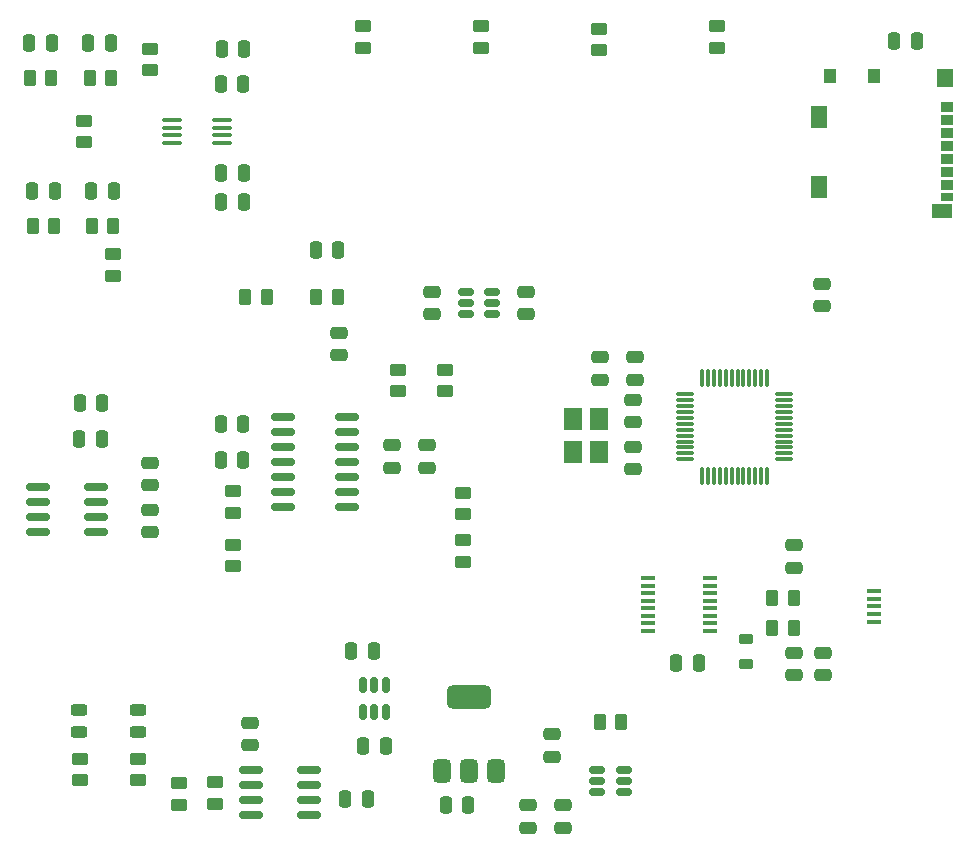
<source format=gtp>
G04 #@! TF.GenerationSoftware,KiCad,Pcbnew,8.0.1-rc1*
G04 #@! TF.CreationDate,2024-05-12T14:13:22-04:00*
G04 #@! TF.ProjectId,STM32_Play_Board,53544d33-325f-4506-9c61-795f426f6172,rev?*
G04 #@! TF.SameCoordinates,Original*
G04 #@! TF.FileFunction,Paste,Top*
G04 #@! TF.FilePolarity,Positive*
%FSLAX46Y46*%
G04 Gerber Fmt 4.6, Leading zero omitted, Abs format (unit mm)*
G04 Created by KiCad (PCBNEW 8.0.1-rc1) date 2024-05-12 14:13:22*
%MOMM*%
%LPD*%
G01*
G04 APERTURE LIST*
G04 Aperture macros list*
%AMRoundRect*
0 Rectangle with rounded corners*
0 $1 Rounding radius*
0 $2 $3 $4 $5 $6 $7 $8 $9 X,Y pos of 4 corners*
0 Add a 4 corners polygon primitive as box body*
4,1,4,$2,$3,$4,$5,$6,$7,$8,$9,$2,$3,0*
0 Add four circle primitives for the rounded corners*
1,1,$1+$1,$2,$3*
1,1,$1+$1,$4,$5*
1,1,$1+$1,$6,$7*
1,1,$1+$1,$8,$9*
0 Add four rect primitives between the rounded corners*
20,1,$1+$1,$2,$3,$4,$5,0*
20,1,$1+$1,$4,$5,$6,$7,0*
20,1,$1+$1,$6,$7,$8,$9,0*
20,1,$1+$1,$8,$9,$2,$3,0*%
G04 Aperture macros list end*
%ADD10RoundRect,0.250000X-0.450000X0.262500X-0.450000X-0.262500X0.450000X-0.262500X0.450000X0.262500X0*%
%ADD11RoundRect,0.150000X-0.825000X-0.150000X0.825000X-0.150000X0.825000X0.150000X-0.825000X0.150000X0*%
%ADD12RoundRect,0.250000X-0.250000X-0.475000X0.250000X-0.475000X0.250000X0.475000X-0.250000X0.475000X0*%
%ADD13RoundRect,0.250000X0.450000X-0.262500X0.450000X0.262500X-0.450000X0.262500X-0.450000X-0.262500X0*%
%ADD14RoundRect,0.250000X0.475000X-0.250000X0.475000X0.250000X-0.475000X0.250000X-0.475000X-0.250000X0*%
%ADD15RoundRect,0.243750X0.456250X-0.243750X0.456250X0.243750X-0.456250X0.243750X-0.456250X-0.243750X0*%
%ADD16RoundRect,0.150000X0.512500X0.150000X-0.512500X0.150000X-0.512500X-0.150000X0.512500X-0.150000X0*%
%ADD17R,1.200000X0.400000*%
%ADD18RoundRect,0.250000X-0.475000X0.250000X-0.475000X-0.250000X0.475000X-0.250000X0.475000X0.250000X0*%
%ADD19RoundRect,0.250000X0.250000X0.475000X-0.250000X0.475000X-0.250000X-0.475000X0.250000X-0.475000X0*%
%ADD20R,1.100000X0.850000*%
%ADD21R,1.100000X0.750000*%
%ADD22R,1.000000X1.200000*%
%ADD23R,1.350000X1.550000*%
%ADD24R,1.350000X1.900000*%
%ADD25R,1.800000X1.170000*%
%ADD26RoundRect,0.250000X-0.262500X-0.450000X0.262500X-0.450000X0.262500X0.450000X-0.262500X0.450000X0*%
%ADD27R,1.300000X0.450000*%
%ADD28RoundRect,0.150000X0.150000X-0.512500X0.150000X0.512500X-0.150000X0.512500X-0.150000X-0.512500X0*%
%ADD29RoundRect,0.250000X0.262500X0.450000X-0.262500X0.450000X-0.262500X-0.450000X0.262500X-0.450000X0*%
%ADD30RoundRect,0.100000X-0.712500X-0.100000X0.712500X-0.100000X0.712500X0.100000X-0.712500X0.100000X0*%
%ADD31RoundRect,0.375000X0.375000X-0.625000X0.375000X0.625000X-0.375000X0.625000X-0.375000X-0.625000X0*%
%ADD32RoundRect,0.500000X1.400000X-0.500000X1.400000X0.500000X-1.400000X0.500000X-1.400000X-0.500000X0*%
%ADD33RoundRect,0.218750X-0.381250X0.218750X-0.381250X-0.218750X0.381250X-0.218750X0.381250X0.218750X0*%
%ADD34RoundRect,0.075000X-0.662500X-0.075000X0.662500X-0.075000X0.662500X0.075000X-0.662500X0.075000X0*%
%ADD35RoundRect,0.075000X-0.075000X-0.662500X0.075000X-0.662500X0.075000X0.662500X-0.075000X0.662500X0*%
%ADD36R,1.650000X1.950000*%
G04 APERTURE END LIST*
D10*
G04 #@! TO.C,R8*
X150000000Y-61287500D03*
X150000000Y-63112500D03*
G04 #@! TD*
D11*
G04 #@! TO.C,U8*
X102525000Y-100095000D03*
X102525000Y-101365000D03*
X102525000Y-102635000D03*
X102525000Y-103905000D03*
X107475000Y-103905000D03*
X107475000Y-102635000D03*
X107475000Y-101365000D03*
X107475000Y-100095000D03*
G04 #@! TD*
D12*
G04 #@! TO.C,C23*
X106775000Y-62500000D03*
X108675000Y-62500000D03*
G04 #@! TD*
G04 #@! TO.C,C32*
X118000000Y-97800000D03*
X119900000Y-97800000D03*
G04 #@! TD*
D13*
G04 #@! TO.C,R4*
X111000000Y-124912500D03*
X111000000Y-123087500D03*
G04 #@! TD*
D10*
G04 #@! TO.C,R19*
X106400000Y-69087500D03*
X106400000Y-70912500D03*
G04 #@! TD*
G04 #@! TO.C,R5*
X140000000Y-61087500D03*
X140000000Y-62912500D03*
G04 #@! TD*
D14*
G04 #@! TO.C,C35*
X112000000Y-103950000D03*
X112000000Y-102050000D03*
G04 #@! TD*
D15*
G04 #@! TO.C,D1*
X106000000Y-120875000D03*
X106000000Y-119000000D03*
G04 #@! TD*
D16*
G04 #@! TO.C,U3*
X141000000Y-85450000D03*
X141000000Y-84500000D03*
X141000000Y-83550000D03*
X138725000Y-83550000D03*
X138725000Y-84500000D03*
X138725000Y-85450000D03*
G04 #@! TD*
D14*
G04 #@! TO.C,C9*
X152900000Y-94600000D03*
X152900000Y-92700000D03*
G04 #@! TD*
D17*
G04 #@! TO.C,U1*
X154200000Y-107842500D03*
X154200000Y-108477500D03*
X154200000Y-109112500D03*
X154200000Y-109747500D03*
X154200000Y-110382500D03*
X154200000Y-111017500D03*
X154200000Y-111652500D03*
X154200000Y-112287500D03*
X159400000Y-112287500D03*
X159400000Y-111652500D03*
X159400000Y-111017500D03*
X159400000Y-110382500D03*
X159400000Y-109747500D03*
X159400000Y-109112500D03*
X159400000Y-108477500D03*
X159400000Y-107842500D03*
G04 #@! TD*
D18*
G04 #@! TO.C,C18*
X120500000Y-120050000D03*
X120500000Y-121950000D03*
G04 #@! TD*
D19*
G04 #@! TO.C,C2*
X158450000Y-115000000D03*
X156550000Y-115000000D03*
G04 #@! TD*
D20*
G04 #@! TO.C,J2*
X179450000Y-67895000D03*
X179450000Y-68995000D03*
X179450000Y-70095000D03*
X179450000Y-71195000D03*
X179450000Y-72295000D03*
X179450000Y-73395000D03*
X179450000Y-74495000D03*
D21*
X179450000Y-75545000D03*
D22*
X173300000Y-65260000D03*
X169600000Y-65260000D03*
D23*
X179325000Y-65435000D03*
D24*
X168625000Y-68760000D03*
X168625000Y-74730000D03*
D25*
X179100000Y-76755000D03*
G04 #@! TD*
D12*
G04 #@! TO.C,C19*
X126050000Y-80000000D03*
X127950000Y-80000000D03*
G04 #@! TD*
D14*
G04 #@! TO.C,C10*
X143862500Y-85450000D03*
X143862500Y-83550000D03*
G04 #@! TD*
D13*
G04 #@! TO.C,R21*
X138500000Y-102412500D03*
X138500000Y-100587500D03*
G04 #@! TD*
D12*
G04 #@! TO.C,C24*
X102050000Y-75000000D03*
X103950000Y-75000000D03*
G04 #@! TD*
D14*
G04 #@! TO.C,C8*
X135862500Y-85450000D03*
X135862500Y-83550000D03*
G04 #@! TD*
D26*
G04 #@! TO.C,R11*
X101812500Y-65500000D03*
X103637500Y-65500000D03*
G04 #@! TD*
D12*
G04 #@! TO.C,C33*
X106000000Y-96000000D03*
X107900000Y-96000000D03*
G04 #@! TD*
D11*
G04 #@! TO.C,U7*
X120525000Y-124095000D03*
X120525000Y-125365000D03*
X120525000Y-126635000D03*
X120525000Y-127905000D03*
X125475000Y-127905000D03*
X125475000Y-126635000D03*
X125475000Y-125365000D03*
X125475000Y-124095000D03*
G04 #@! TD*
D13*
G04 #@! TO.C,R26*
X119000000Y-106800000D03*
X119000000Y-104975000D03*
G04 #@! TD*
D27*
G04 #@! TO.C,J1*
X173345000Y-111505000D03*
X173345000Y-110855000D03*
X173345000Y-110205000D03*
X173345000Y-109555000D03*
X173345000Y-108905000D03*
G04 #@! TD*
D12*
G04 #@! TO.C,C31*
X118000000Y-94790000D03*
X119900000Y-94790000D03*
G04 #@! TD*
D26*
G04 #@! TO.C,R14*
X126087500Y-84000000D03*
X127912500Y-84000000D03*
G04 #@! TD*
D19*
G04 #@! TO.C,C26*
X119900000Y-66000000D03*
X118000000Y-66000000D03*
G04 #@! TD*
D14*
G04 #@! TO.C,C3*
X166500000Y-106950000D03*
X166500000Y-105050000D03*
G04 #@! TD*
D10*
G04 #@! TO.C,R24*
X137000000Y-90175000D03*
X137000000Y-92000000D03*
G04 #@! TD*
G04 #@! TO.C,R10*
X114500000Y-125175000D03*
X114500000Y-127000000D03*
G04 #@! TD*
D28*
G04 #@! TO.C,U2*
X130050000Y-119137500D03*
X131000000Y-119137500D03*
X131950000Y-119137500D03*
X131950000Y-116862500D03*
X131000000Y-116862500D03*
X130050000Y-116862500D03*
G04 #@! TD*
D29*
G04 #@! TO.C,R2*
X166500000Y-112000000D03*
X164675000Y-112000000D03*
G04 #@! TD*
D10*
G04 #@! TO.C,R17*
X108900000Y-80387500D03*
X108900000Y-82212500D03*
G04 #@! TD*
D30*
G04 #@! TO.C,U10*
X113887500Y-69025000D03*
X113887500Y-69675000D03*
X113887500Y-70325000D03*
X113887500Y-70975000D03*
X118112500Y-70975000D03*
X118112500Y-70325000D03*
X118112500Y-69675000D03*
X118112500Y-69025000D03*
G04 #@! TD*
D31*
G04 #@! TO.C,U6*
X136700000Y-124150000D03*
X139000000Y-124150000D03*
D32*
X139000000Y-117850000D03*
D31*
X141300000Y-124150000D03*
G04 #@! TD*
D14*
G04 #@! TO.C,C29*
X132500000Y-98450000D03*
X132500000Y-96550000D03*
G04 #@! TD*
D18*
G04 #@! TO.C,C4*
X166500000Y-114150000D03*
X166500000Y-116050000D03*
G04 #@! TD*
D12*
G04 #@! TO.C,C27*
X118050000Y-76000000D03*
X119950000Y-76000000D03*
G04 #@! TD*
G04 #@! TO.C,C34*
X106050000Y-93000000D03*
X107950000Y-93000000D03*
G04 #@! TD*
D19*
G04 #@! TO.C,C6*
X138950000Y-127000000D03*
X137050000Y-127000000D03*
G04 #@! TD*
D18*
G04 #@! TO.C,C37*
X147000000Y-127050000D03*
X147000000Y-128950000D03*
G04 #@! TD*
D19*
G04 #@! TO.C,C15*
X130950000Y-114000000D03*
X129050000Y-114000000D03*
G04 #@! TD*
D13*
G04 #@! TO.C,R3*
X106090000Y-124912500D03*
X106090000Y-123087500D03*
G04 #@! TD*
D18*
G04 #@! TO.C,C1*
X169000000Y-114150000D03*
X169000000Y-116050000D03*
G04 #@! TD*
D29*
G04 #@! TO.C,R1*
X166500000Y-109500000D03*
X164675000Y-109500000D03*
G04 #@! TD*
D12*
G04 #@! TO.C,C5*
X175037500Y-62300000D03*
X176937500Y-62300000D03*
G04 #@! TD*
D18*
G04 #@! TO.C,C13*
X150100000Y-89100000D03*
X150100000Y-91000000D03*
G04 #@! TD*
D14*
G04 #@! TO.C,C7*
X146000000Y-122950000D03*
X146000000Y-121050000D03*
G04 #@! TD*
D13*
G04 #@! TO.C,R22*
X138500000Y-106412500D03*
X138500000Y-104587500D03*
G04 #@! TD*
G04 #@! TO.C,R25*
X119000000Y-102300000D03*
X119000000Y-100475000D03*
G04 #@! TD*
D10*
G04 #@! TO.C,R6*
X130000000Y-61087500D03*
X130000000Y-62912500D03*
G04 #@! TD*
D15*
G04 #@! TO.C,D2*
X111000000Y-120875000D03*
X111000000Y-119000000D03*
G04 #@! TD*
D16*
G04 #@! TO.C,U11*
X152137500Y-125950000D03*
X152137500Y-125000000D03*
X152137500Y-124050000D03*
X149862500Y-124050000D03*
X149862500Y-125000000D03*
X149862500Y-125950000D03*
G04 #@! TD*
D11*
G04 #@! TO.C,U12*
X123300000Y-94190000D03*
X123300000Y-95460000D03*
X123300000Y-96730000D03*
X123300000Y-98000000D03*
X123300000Y-99270000D03*
X123300000Y-100540000D03*
X123300000Y-101810000D03*
X128700000Y-101810000D03*
X128700000Y-100540000D03*
X128700000Y-99270000D03*
X128700000Y-98000000D03*
X128700000Y-96730000D03*
X128700000Y-95460000D03*
X128700000Y-94190000D03*
G04 #@! TD*
D33*
G04 #@! TO.C,FB1*
X162500000Y-112937500D03*
X162500000Y-115062500D03*
G04 #@! TD*
D34*
G04 #@! TO.C,U4*
X157337500Y-92250000D03*
X157337500Y-92750000D03*
X157337500Y-93250000D03*
X157337500Y-93750000D03*
X157337500Y-94250000D03*
X157337500Y-94750000D03*
X157337500Y-95250000D03*
X157337500Y-95750000D03*
X157337500Y-96250000D03*
X157337500Y-96750000D03*
X157337500Y-97250000D03*
X157337500Y-97750000D03*
D35*
X158750000Y-99162500D03*
X159250000Y-99162500D03*
X159750000Y-99162500D03*
X160250000Y-99162500D03*
X160750000Y-99162500D03*
X161250000Y-99162500D03*
X161750000Y-99162500D03*
X162250000Y-99162500D03*
X162750000Y-99162500D03*
X163250000Y-99162500D03*
X163750000Y-99162500D03*
X164250000Y-99162500D03*
D34*
X165662500Y-97750000D03*
X165662500Y-97250000D03*
X165662500Y-96750000D03*
X165662500Y-96250000D03*
X165662500Y-95750000D03*
X165662500Y-95250000D03*
X165662500Y-94750000D03*
X165662500Y-94250000D03*
X165662500Y-93750000D03*
X165662500Y-93250000D03*
X165662500Y-92750000D03*
X165662500Y-92250000D03*
D35*
X164250000Y-90837500D03*
X163750000Y-90837500D03*
X163250000Y-90837500D03*
X162750000Y-90837500D03*
X162250000Y-90837500D03*
X161750000Y-90837500D03*
X161250000Y-90837500D03*
X160750000Y-90837500D03*
X160250000Y-90837500D03*
X159750000Y-90837500D03*
X159250000Y-90837500D03*
X158750000Y-90837500D03*
G04 #@! TD*
D26*
G04 #@! TO.C,R12*
X106900000Y-65500000D03*
X108725000Y-65500000D03*
G04 #@! TD*
D10*
G04 #@! TO.C,R18*
X112000000Y-63000000D03*
X112000000Y-64825000D03*
G04 #@! TD*
D14*
G04 #@! TO.C,C20*
X128000000Y-88950000D03*
X128000000Y-87050000D03*
G04 #@! TD*
D18*
G04 #@! TO.C,C38*
X144000000Y-127050000D03*
X144000000Y-128950000D03*
G04 #@! TD*
D36*
G04 #@! TO.C,Y2*
X147800000Y-94375000D03*
X147800000Y-97125000D03*
X150000000Y-97125000D03*
X150000000Y-94375000D03*
G04 #@! TD*
D26*
G04 #@! TO.C,R15*
X102087500Y-78000000D03*
X103912500Y-78000000D03*
G04 #@! TD*
D14*
G04 #@! TO.C,C30*
X135500000Y-98450000D03*
X135500000Y-96550000D03*
G04 #@! TD*
D18*
G04 #@! TO.C,C12*
X168900000Y-82900000D03*
X168900000Y-84800000D03*
G04 #@! TD*
D12*
G04 #@! TO.C,C28*
X118050000Y-73500000D03*
X119950000Y-73500000D03*
G04 #@! TD*
G04 #@! TO.C,C21*
X101775000Y-62500000D03*
X103675000Y-62500000D03*
G04 #@! TD*
D13*
G04 #@! TO.C,R23*
X133000000Y-92000000D03*
X133000000Y-90175000D03*
G04 #@! TD*
D12*
G04 #@! TO.C,C16*
X128550000Y-126500000D03*
X130450000Y-126500000D03*
G04 #@! TD*
D19*
G04 #@! TO.C,C17*
X131950000Y-122000000D03*
X130050000Y-122000000D03*
G04 #@! TD*
D26*
G04 #@! TO.C,R13*
X120087500Y-84000000D03*
X121912500Y-84000000D03*
G04 #@! TD*
D29*
G04 #@! TO.C,R20*
X151912500Y-120000000D03*
X150087500Y-120000000D03*
G04 #@! TD*
D10*
G04 #@! TO.C,R7*
X160000000Y-61087500D03*
X160000000Y-62912500D03*
G04 #@! TD*
D26*
G04 #@! TO.C,R16*
X107087500Y-78000000D03*
X108912500Y-78000000D03*
G04 #@! TD*
D18*
G04 #@! TO.C,C11*
X152900000Y-96700000D03*
X152900000Y-98600000D03*
G04 #@! TD*
D19*
G04 #@! TO.C,C22*
X120000000Y-63000000D03*
X118100000Y-63000000D03*
G04 #@! TD*
D13*
G04 #@! TO.C,R9*
X117500000Y-126912500D03*
X117500000Y-125087500D03*
G04 #@! TD*
D18*
G04 #@! TO.C,C14*
X153100000Y-89100000D03*
X153100000Y-91000000D03*
G04 #@! TD*
D12*
G04 #@! TO.C,C25*
X107050000Y-75000000D03*
X108950000Y-75000000D03*
G04 #@! TD*
D18*
G04 #@! TO.C,C36*
X112000000Y-98050000D03*
X112000000Y-99950000D03*
G04 #@! TD*
M02*

</source>
